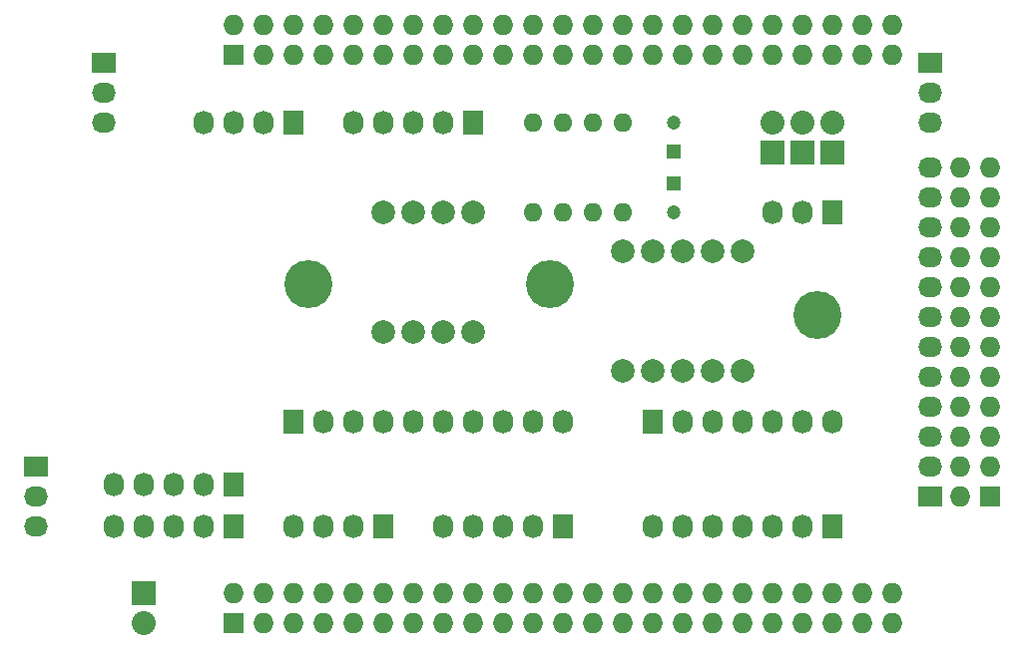
<source format=gts>
G04 #@! TF.FileFunction,Soldermask,Top*
%FSLAX46Y46*%
G04 Gerber Fmt 4.6, Leading zero omitted, Abs format (unit mm)*
G04 Created by KiCad (PCBNEW 0.201601051410+6422~40~ubuntu14.04.1-stable) date Mo 18 Jan 2016 21:21:09 CET*
%MOMM*%
G01*
G04 APERTURE LIST*
%ADD10C,0.100000*%
%ADD11C,4.064000*%
%ADD12R,2.032000X1.727200*%
%ADD13O,2.032000X1.727200*%
%ADD14R,1.727200X1.727200*%
%ADD15O,1.727200X1.727200*%
%ADD16R,2.032000X2.032000*%
%ADD17O,2.032000X2.032000*%
%ADD18R,1.727200X2.032000*%
%ADD19O,1.727200X2.032000*%
%ADD20C,1.998980*%
%ADD21R,1.200000X1.200000*%
%ADD22C,1.200000*%
%ADD23O,1.600000X1.600000*%
G04 APERTURE END LIST*
D10*
D11*
X26035000Y30734000D03*
D12*
X78740000Y12700000D03*
D13*
X78740000Y15240000D03*
X78740000Y17780000D03*
X78740000Y20320000D03*
X78740000Y22860000D03*
X78740000Y25400000D03*
X78740000Y27940000D03*
X78740000Y30480000D03*
X78740000Y33020000D03*
X78740000Y35560000D03*
X78740000Y38100000D03*
X78740000Y40640000D03*
D14*
X83820000Y12700000D03*
D15*
X81280000Y12700000D03*
X83820000Y15240000D03*
X81280000Y15240000D03*
X83820000Y17780000D03*
X81280000Y17780000D03*
X83820000Y20320000D03*
X81280000Y20320000D03*
X83820000Y22860000D03*
X81280000Y22860000D03*
X83820000Y25400000D03*
X81280000Y25400000D03*
X83820000Y27940000D03*
X81280000Y27940000D03*
X83820000Y30480000D03*
X81280000Y30480000D03*
X83820000Y33020000D03*
X81280000Y33020000D03*
X83820000Y35560000D03*
X81280000Y35560000D03*
X83820000Y38100000D03*
X81280000Y38100000D03*
X83820000Y40640000D03*
X81280000Y40640000D03*
D16*
X70460000Y41910000D03*
D17*
X70460000Y44450000D03*
D18*
X24765000Y19050000D03*
D19*
X27305000Y19050000D03*
X29845000Y19050000D03*
X32385000Y19050000D03*
X34925000Y19050000D03*
X37465000Y19050000D03*
X40005000Y19050000D03*
X42545000Y19050000D03*
X45085000Y19050000D03*
X47625000Y19050000D03*
D18*
X55245000Y19050000D03*
D19*
X57785000Y19050000D03*
X60325000Y19050000D03*
X62865000Y19050000D03*
X65405000Y19050000D03*
X67945000Y19050000D03*
X70485000Y19050000D03*
D14*
X19685000Y50165000D03*
D15*
X19685000Y52705000D03*
X22225000Y50165000D03*
X22225000Y52705000D03*
X24765000Y50165000D03*
X24765000Y52705000D03*
X27305000Y50165000D03*
X27305000Y52705000D03*
X29845000Y50165000D03*
X29845000Y52705000D03*
X32385000Y50165000D03*
X32385000Y52705000D03*
X34925000Y50165000D03*
X34925000Y52705000D03*
X37465000Y50165000D03*
X37465000Y52705000D03*
X40005000Y50165000D03*
X40005000Y52705000D03*
X42545000Y50165000D03*
X42545000Y52705000D03*
X45085000Y50165000D03*
X45085000Y52705000D03*
X47625000Y50165000D03*
X47625000Y52705000D03*
X50165000Y50165000D03*
X50165000Y52705000D03*
X52705000Y50165000D03*
X52705000Y52705000D03*
X55245000Y50165000D03*
X55245000Y52705000D03*
X57785000Y50165000D03*
X57785000Y52705000D03*
X60325000Y50165000D03*
X60325000Y52705000D03*
X62865000Y50165000D03*
X62865000Y52705000D03*
X65405000Y50165000D03*
X65405000Y52705000D03*
X67945000Y50165000D03*
X67945000Y52705000D03*
X70485000Y50165000D03*
X70485000Y52705000D03*
X73025000Y50165000D03*
X73025000Y52705000D03*
X75565000Y50165000D03*
X75565000Y52705000D03*
D14*
X19685000Y1905000D03*
D15*
X19685000Y4445000D03*
X22225000Y1905000D03*
X22225000Y4445000D03*
X24765000Y1905000D03*
X24765000Y4445000D03*
X27305000Y1905000D03*
X27305000Y4445000D03*
X29845000Y1905000D03*
X29845000Y4445000D03*
X32385000Y1905000D03*
X32385000Y4445000D03*
X34925000Y1905000D03*
X34925000Y4445000D03*
X37465000Y1905000D03*
X37465000Y4445000D03*
X40005000Y1905000D03*
X40005000Y4445000D03*
X42545000Y1905000D03*
X42545000Y4445000D03*
X45085000Y1905000D03*
X45085000Y4445000D03*
X47625000Y1905000D03*
X47625000Y4445000D03*
X50165000Y1905000D03*
X50165000Y4445000D03*
X52705000Y1905000D03*
X52705000Y4445000D03*
X55245000Y1905000D03*
X55245000Y4445000D03*
X57785000Y1905000D03*
X57785000Y4445000D03*
X60325000Y1905000D03*
X60325000Y4445000D03*
X62865000Y1905000D03*
X62865000Y4445000D03*
X65405000Y1905000D03*
X65405000Y4445000D03*
X67945000Y1905000D03*
X67945000Y4445000D03*
X70485000Y1905000D03*
X70485000Y4445000D03*
X73025000Y1905000D03*
X73025000Y4445000D03*
X75565000Y1905000D03*
X75565000Y4445000D03*
D16*
X12065000Y4445000D03*
D17*
X12065000Y1905000D03*
D18*
X70485000Y10160000D03*
D19*
X67945000Y10160000D03*
X65405000Y10160000D03*
X62865000Y10160000D03*
X60325000Y10160000D03*
X57785000Y10160000D03*
X55245000Y10160000D03*
D16*
X67920000Y41910000D03*
D17*
X67920000Y44450000D03*
D16*
X65380000Y41910000D03*
D17*
X65380000Y44450000D03*
D20*
X62865000Y23368000D03*
X62865000Y33528000D03*
D21*
X56947000Y39319200D03*
D22*
X56947000Y36819200D03*
D21*
X56947000Y41960800D03*
D22*
X56947000Y44460800D03*
D18*
X19685000Y10160000D03*
D19*
X17145000Y10160000D03*
X14605000Y10160000D03*
X12065000Y10160000D03*
X9525000Y10160000D03*
D18*
X47625000Y10160000D03*
D19*
X45085000Y10160000D03*
X42545000Y10160000D03*
X40005000Y10160000D03*
X37465000Y10160000D03*
D11*
X69215000Y28067000D03*
X46482000Y30734000D03*
D12*
X8636000Y49530000D03*
D13*
X8636000Y46990000D03*
X8636000Y44450000D03*
D12*
X2921000Y15240000D03*
D13*
X2921000Y12700000D03*
X2921000Y10160000D03*
D12*
X78740000Y49530000D03*
D13*
X78740000Y46990000D03*
X78740000Y44450000D03*
D18*
X40005000Y44450000D03*
D19*
X37465000Y44450000D03*
X34925000Y44450000D03*
X32385000Y44450000D03*
X29845000Y44450000D03*
D18*
X32385000Y10160000D03*
D19*
X29845000Y10160000D03*
X27305000Y10160000D03*
X24765000Y10160000D03*
D20*
X40005000Y26670000D03*
X40005000Y36830000D03*
X37465000Y36830000D03*
X37465000Y26670000D03*
X32385000Y36830000D03*
X32385000Y26670000D03*
X34925000Y26670000D03*
X34925000Y36830000D03*
D23*
X45085000Y36830000D03*
X47625000Y36830000D03*
X50165000Y36830000D03*
X52705000Y36830000D03*
X52705000Y44450000D03*
X50165000Y44450000D03*
X47625000Y44450000D03*
X45085000Y44450000D03*
D18*
X24765000Y44450000D03*
D19*
X22225000Y44450000D03*
X19685000Y44450000D03*
X17145000Y44450000D03*
D18*
X19685000Y13716000D03*
D19*
X17145000Y13716000D03*
X14605000Y13716000D03*
X12065000Y13716000D03*
X9525000Y13716000D03*
D18*
X70460000Y36830000D03*
D19*
X67920000Y36830000D03*
X65380000Y36830000D03*
D20*
X52705000Y33528000D03*
X52705000Y23368000D03*
X55245000Y23368000D03*
X55245000Y33528000D03*
X57785000Y23368000D03*
X57785000Y33528000D03*
X60325000Y33528000D03*
X60325000Y23368000D03*
M02*

</source>
